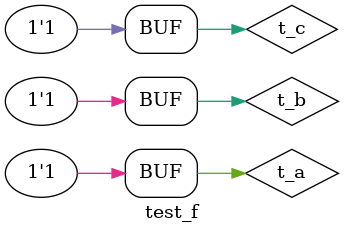
<source format=v>
/*******************************************************************************/
/*Program Name: lab6Comb.v */
/*Description: Verilog description and test bench for a combinational circuit*/
/*Author: Eithne Amos */
/*Person number: 50209909 */
/*Date of completion: 12/8/2017 */
/*******************************************************************************/
module f_comb(a, b, c, f);
//inputs
input a, b, c;
//outputs
output f;
wire b_n, c_n, d_n, x_1, x_2, x_3, or_1;
//primitives
not(b_n, b);
not(c_n, c);
not(d_n, d);
xor(x_1, a, b_n);
xor(x_2, b, c_n);
xor(x_3, c, d_n);
or(or_1, x_1, x_2);
or(f, or_1, x_3);
endmodule

//testbench
module test_f;
reg t_a, t_b, t_c;
wire t_f;
f_comb in1(t_a, t_b, t_c, t_f);
initial
begin
t_a = 0; t_b = 0; t_c = 0;
#20
t_c = 1; 
#20
t_b = 1; t_c = 0;
#20
t_c = 1;
#20
t_a = 1; t_b = 0; t_c = 0;
#20
t_c = 1;
#20
t_b = 1; t_c = 0;
#20
t_c = 1;
end

// produce file
initial 
begin
$dumpfile("lab6Comb.vcd");
$dumpvars(0, test_f);
$monitor("inputs: a = %b, b = %b, c = %b | outputs: f = %b", t_a, t_b, t_c, t_f);
end
endmodule



</source>
